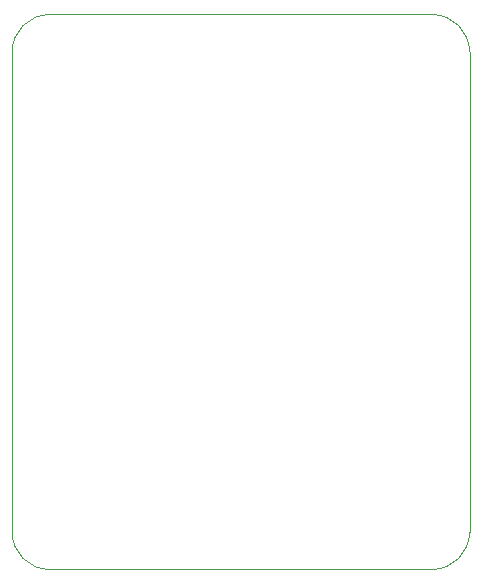
<source format=gm1>
%TF.GenerationSoftware,KiCad,Pcbnew,7.0.7*%
%TF.CreationDate,2023-09-28T15:49:41-05:00*%
%TF.ProjectId,iowa-rover-kiosk-rfid,696f7761-2d72-46f7-9665-722d6b696f73,rev?*%
%TF.SameCoordinates,Original*%
%TF.FileFunction,Profile,NP*%
%FSLAX46Y46*%
G04 Gerber Fmt 4.6, Leading zero omitted, Abs format (unit mm)*
G04 Created by KiCad (PCBNEW 7.0.7) date 2023-09-28 15:49:41*
%MOMM*%
%LPD*%
G01*
G04 APERTURE LIST*
%TA.AperFunction,Profile*%
%ADD10C,0.100000*%
%TD*%
G04 APERTURE END LIST*
D10*
X102870000Y-28575000D02*
G75*
G03*
X99695000Y-31750000I0J-3175000D01*
G01*
X102870000Y-28575000D02*
X135255000Y-28575000D01*
X135255000Y-75565000D02*
X102870000Y-75565000D01*
X138430000Y-31750000D02*
G75*
G03*
X135255000Y-28575000I-3175000J0D01*
G01*
X138430000Y-31750000D02*
X138430000Y-72390000D01*
X99695000Y-72390000D02*
G75*
G03*
X102870000Y-75565000I3175000J0D01*
G01*
X135255000Y-75565000D02*
G75*
G03*
X138430000Y-72390000I0J3175000D01*
G01*
X99695000Y-72390000D02*
X99695000Y-31750000D01*
M02*

</source>
